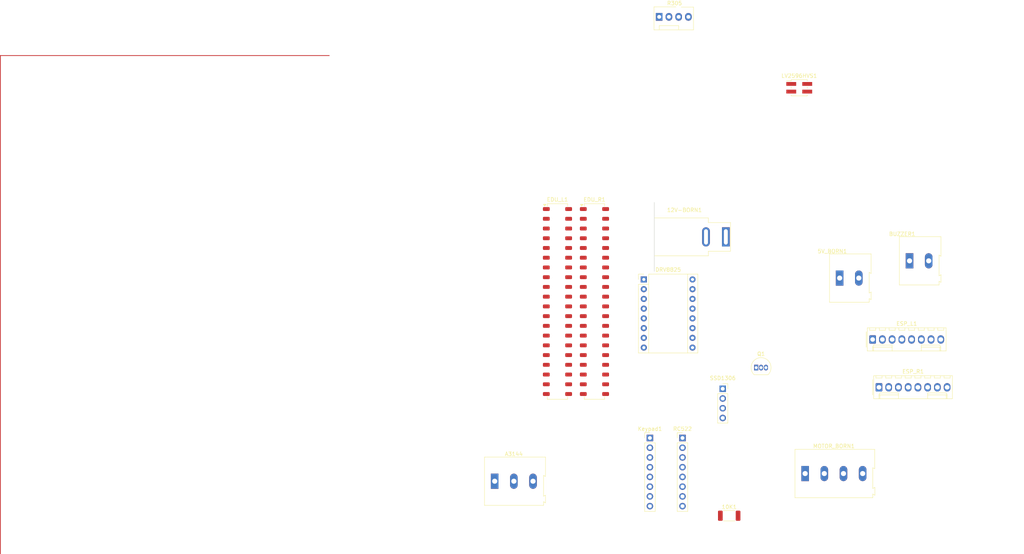
<source format=kicad_pcb>
(kicad_pcb (version 20241229) (generator "pcbnew") (generator_version "9.0")
  (layers (0 "F.Cu" signal) (2 "B.Cu" signal) (13 "F.Paste" user) (15 "B.Paste" user) (5 "F.SilkS" user "F.Silkscreen") (7 "B.SilkS" user "B.Silkscreen") (1 "F.Mask" user) (3 "B.Mask" user) (25 "Edge.Cuts" user))
  (net 0 "")
  (net 1 "Net-(5V_BORN1-Pin_2)")
  (net 2 "Net-(5V_BORN1-Pin_1)")
  (net 3 "+3.3V")
  (net 4 "/door_sensor")
  (net 5 "GND-12")
  (net 6 "+12V")
  (net 7 "+5V")
  (net 8 "GND")
  (net 9 "Net-(BUZZER1-Pin_2)")
  (net 11 "/drv882x_b1")
  (net 12 "+3.3Vp2")
  (net 16 "/drv882x_b2")
  (net 18 "/drv882x_step")
  (net 19 "/drv882x_a2")
  (net 20 "/drv882x_en")
  (net 21 "/drv882x_dir")
  (net 22 "GNDp2")
  (net 24 "/drv882x_a1")
  (net 25 "/rc522-rst")
  (net 34 "/rc522-sck")
  (net 36 "/rc522-miso")
  (net 39 "/buzzer_sgn")
  (net 40 "/rc522-ss")
  (net 47 "/r305_tx")
  (net 49 "/rc522-irq")
  (net 54 "/rc522-mosi")
  (net 55 "/r305_rx")
  (net 60 "/kp_f1")
  (net 62 "+5Vp2")
  (net 67 "/kp_c0")
  (net 68 "/ssd1306_scl")
  (net 71 "/ssd1306_sda")
  (net 72 "/kp_c2")
  (net 73 "/esp32_tx")
  (net 75 "/kp_f3")
  (net 85 "/kp_f2")
  (net 89 "/kp_c1")
  (net 93 "/kp_f0")
  (net 95 "/esp32_rx")
  (net 102 "/tfil0")
  (net 103 "/kp_c3")
  (footprint "TerminalBlock:TerminalBlock_Altech_AK300-2_P5.00mm" (layer "F.Cu") (at 265.695 90.65)
    (property "Reference" "BUZZER1" (at -1.92 -6.99 0) (layer "F.SilkS"))
    (property "Value" "bornes_buzzer")
    (fp_line (start -2.65 -6.3) (end -2.65 6.3) (stroke (width 0.12)) (layer "F.SilkS"))
    (fp_line (start -2.65 6.3) (end 7.7 6.3) (stroke (width 0.12)) (layer "F.SilkS"))
    (fp_line (start 7.7 -1.5) (end 8.2 -1.2) (stroke (width 0.12)) (layer "F.SilkS"))
    (fp_line (start 7.7 3.9) (end 7.7 -1.5) (stroke (width 0.12)) (layer "F.SilkS"))
    (fp_line (start 7.7 5.35) (end 8.2 5.6) (stroke (width 0.12)) (layer "F.SilkS"))
    (fp_line (start 7.7 6.3) (end 7.7 5.35) (stroke (width 0.12)) (layer "F.SilkS"))
    (fp_line (start 8.2 -6.3) (end -2.65 -6.3) (stroke (width 0.12)) (layer "F.SilkS"))
    (fp_line (start 8.2 -1.2) (end 8.2 -6.3) (stroke (width 0.12)) (layer "F.SilkS"))
    (fp_line (start 8.2 3.65) (end 7.7 3.9) (stroke (width 0.12)) (layer "F.SilkS"))
    (fp_line (start 8.2 3.7) (end 8.2 3.65) (stroke (width 0.12)) (layer "F.SilkS"))
    (fp_line (start 8.2 5.6) (end 8.2 3.7) (stroke (width 0.12)) (layer "F.SilkS"))
    (pad "1" thru_hole rect (at 0 0) (size 1.98 3.96) (drill 1.32) (layers "*.Cu" "*.Mask") (net 7 "+5V"))
    (pad "2" thru_hole oval (at 5 0) (size 1.98 3.96) (drill 1.32) (layers "*.Cu" "*.Mask") (net 9 "Net-(BUZZER1-Pin_2)"))
  )
  (footprint "Connector:FanPinHeader_1x04_P2.54mm_Vertical" (layer "F.Cu") (at 200.38 27)
    (property "Reference" "R305" (at 4 -3.55 0) (layer "F.SilkS"))
    (property "Value" "R305_sensor")
    (fp_line (start -1.35 -2.6) (end 4.4 -2.6) (stroke (width 0.12)) (layer "F.SilkS"))
    (fp_line (start -1.35 3.4) (end -1.35 -2.6) (stroke (width 0.12)) (layer "F.SilkS"))
    (fp_line (start 0 2.29) (end 5.08 2.29) (stroke (width 0.12)) (layer "F.SilkS"))
    (fp_line (start 0 3.3) (end 0 2.29) (stroke (width 0.12)) (layer "F.SilkS"))
    (fp_line (start 5.08 2.29) (end 5.08 3.3) (stroke (width 0.12)) (layer "F.SilkS"))
    (fp_line (start 5.75 -2.55) (end 8.95 -2.55) (stroke (width 0.12)) (layer "F.SilkS"))
    (fp_line (start 8.95 -2.55) (end 8.95 3.4) (stroke (width 0.12)) (layer "F.SilkS"))
    (fp_line (start 8.95 3.4) (end -1.35 3.4) (stroke (width 0.12)) (layer "F.SilkS"))
    (pad "" np_thru_hole circle (at 5.08 -2.16 90) (size 1.1 1.1) (drill 1.1) (layers "*.Cu" "*.Mask"))
    (pad "1" thru_hole rect (at 0 0 90) (size 2.03 1.73) (drill 1.02) (layers "*.Cu" "*.Mask") (net 7 "+5V"))
    (pad "2" thru_hole oval (at 2.54 0 90) (size 2.03 1.73) (drill 1.02) (layers "*.Cu" "*.Mask") (net 8 "GND"))
    (pad "3" thru_hole oval (at 5.08 0 90) (size 2.03 1.73) (drill 1.02) (layers "*.Cu" "*.Mask") (net 47 "/r305_tx"))
    (pad "4" thru_hole oval (at 7.62 0 90) (size 2.03 1.73) (drill 1.02) (layers "*.Cu" "*.Mask") (net 55 "/r305_rx"))
  )
  (footprint "Connector_BarrelJack:BarrelJack_SwitchcraftConxall_RAPC10U_Horizontal" (layer "F.Cu") (at 217.77 84.405)
    (property "Reference" "12V-BORN1" (at -10.8 -7 0) (layer "F.SilkS"))
    (property "Value" "Jack-DC")
    (fp_line (start -18.55 4.945) (end -4.55 4.945) (stroke (width 0.12)) (layer "F.SilkS"))
    (fp_line (start -4.55 -4.945) (end -18.55 -4.945) (stroke (width 0.12)) (layer "F.SilkS"))
    (fp_line (start -4.55 -3.74) (end -4.55 -4.945) (stroke (width 0.12)) (layer "F.SilkS"))
    (fp_line (start -4.55 3.74) (end 1.22 3.74) (stroke (width 0.12)) (layer "F.SilkS"))
    (fp_line (start -4.55 4.945) (end -4.55 3.74) (stroke (width 0.12)) (layer "F.SilkS"))
    (fp_line (start 1.22 -3.74) (end -4.55 -3.74) (stroke (width 0.12)) (layer "F.SilkS"))
    (fp_line (start 1.22 3.74) (end 1.22 -3.74) (stroke (width 0.12)) (layer "F.SilkS"))
    (fp_line (start -18.67 -9) (end -18.67 9) (stroke (width 0.12)) (layer "Edge.Cuts"))
    (pad "1" thru_hole rect (at 0 0) (size 2.02 5.02) (drill oval 1.02 4.02) (layers "*.Cu" "*.Mask") (net 6 "+12V"))
    (pad "2" thru_hole oval (at -5.18 0) (size 2.02 5.02) (drill oval 1.02 4.02) (layers "*.Cu" "*.Mask") (net 5 "GND-12"))
  )
  (footprint "TerminalBlock:TerminalBlock_Altech_AK300-4_P5.00mm" (layer "F.Cu") (at 238.46 146.15)
    (property "Reference" "MOTOR_BORN1" (at 7.5 -7.15 0) (layer "F.SilkS"))
    (property "Value" "bornes_motor")
    (fp_line (start -2.65 -6.3) (end 18.15 -6.3) (stroke (width 0.12)) (layer "F.SilkS"))
    (fp_line (start -2.65 6.3) (end -2.65 -6.3) (stroke (width 0.12)) (layer "F.SilkS"))
    (fp_line (start 17.65 -1.5) (end 17.65 3.9) (stroke (width 0.12)) (layer "F.SilkS"))
    (fp_line (start 17.65 3.9) (end 18.2 3.6) (stroke (width 0.12)) (layer "F.SilkS"))
    (fp_line (start 17.65 5.35) (end 17.65 6.3) (stroke (width 0.12)) (layer "F.SilkS"))
    (fp_line (start 17.65 6.3) (end -2.65 6.3) (stroke (width 0.12)) (layer "F.SilkS"))
    (fp_line (start 18.15 -6.3) (end 18.15 -1.25) (stroke (width 0.12)) (layer "F.SilkS"))
    (fp_line (start 18.15 -1.25) (end 17.65 -1.5) (stroke (width 0.12)) (layer "F.SilkS"))
    (fp_line (start 18.2 3.6) (end 18.2 5.65) (stroke (width 0.12)) (layer "F.SilkS"))
    (fp_line (start 18.2 5.65) (end 17.65 5.35) (stroke (width 0.12)) (layer "F.SilkS"))
    (pad "1" thru_hole rect (at 0 0) (size 1.98 3.96) (drill 1.32) (layers "*.Cu" "*.Mask") (net 16 "/drv882x_b2"))
    (pad "2" thru_hole oval (at 5 0) (size 1.98 3.96) (drill 1.32) (layers "*.Cu" "*.Mask") (net 11 "/drv882x_b1"))
    (pad "3" thru_hole oval (at 10 0) (size 1.98 3.96) (drill 1.32) (layers "*.Cu" "*.Mask") (net 24 "/drv882x_a1"))
    (pad "4" thru_hole oval (at 15 0) (size 1.98 3.96) (drill 1.32) (layers "*.Cu" "*.Mask") (net 19 "/drv882x_a2"))
  )
  (footprint "Connector_PinHeader_2.00mm:PinHeader_2x02_P2.00mm_Vertical_SMD" (layer "F.Cu") (at 236.915 45.5)
    (property "Reference" "LV2596HVS1" (at 0 -3.11 0) (layer "F.SilkS"))
    (property "Value" "lm2596hvs DC-DC")
    (fp_line (start -3.315 -1.81) (end -2.11 -1.81) (stroke (width 0.12)) (layer "F.SilkS"))
    (fp_line (start -2.11 -2.11) (end -2.11 -1.81) (stroke (width 0.12)) (layer "F.SilkS"))
    (fp_line (start -2.11 -2.11) (end 2.11 -2.11) (stroke (width 0.12)) (layer "F.SilkS"))
    (fp_line (start -2.11 -0.19) (end -2.11 0.19) (stroke (width 0.12)) (layer "F.SilkS"))
    (fp_line (start -2.11 1.81) (end -2.11 2.11) (stroke (width 0.12)) (layer "F.SilkS"))
    (fp_line (start -2.11 2.11) (end 2.11 2.11) (stroke (width 0.12)) (layer "F.SilkS"))
    (fp_line (start 2.11 -2.11) (end 2.11 -1.81) (stroke (width 0.12)) (layer "F.SilkS"))
    (fp_line (start 2.11 -0.19) (end 2.11 0.19) (stroke (width 0.12)) (layer "F.SilkS"))
    (fp_line (start 2.11 1.81) (end 2.11 2.11) (stroke (width 0.12)) (layer "F.SilkS"))
    (pad "1" smd rect (at -2.085 -1) (size 2.58 1) (layers "F.Cu" "F.Mask" "F.Paste"))
    (pad "2" smd rect (at 2.085 -1) (size 2.58 1) (layers "F.Cu" "F.Mask" "F.Paste"))
    (pad "3" smd rect (at -2.085 1) (size 2.58 1) (layers "F.Cu" "F.Mask" "F.Paste"))
    (pad "4" smd rect (at 2.085 1) (size 2.58 1) (layers "F.Cu" "F.Mask" "F.Paste"))
  )
  (footprint "Connector_PinHeader_2.54mm:PinHeader_1x08_P2.54mm_Vertical" (layer "F.Cu") (at 197.96 136.87)
    (property "Reference" "Keypad1" (at 0 -2.38 0) (layer "F.SilkS"))
    (property "Value" "num_keypad")
    (fp_line (start -1.38 -1.38) (end 0 -1.38) (stroke (width 0.12)) (layer "F.SilkS"))
    (fp_line (start -1.38 0) (end -1.38 -1.38) (stroke (width 0.12)) (layer "F.SilkS"))
    (fp_line (start -1.38 1.27) (end -1.38 19.16) (stroke (width 0.12)) (layer "F.SilkS"))
    (fp_line (start -1.38 1.27) (end 1.38 1.27) (stroke (width 0.12)) (layer "F.SilkS"))
    (fp_line (start -1.38 19.16) (end 1.38 19.16) (stroke (width 0.12)) (layer "F.SilkS"))
    (fp_line (start 1.38 1.27) (end 1.38 19.16) (stroke (width 0.12)) (layer "F.SilkS"))
    (pad "1" thru_hole rect (at 0 0) (size 1.7 1.7) (drill 1) (layers "*.Cu" "*.Mask") (net 102 "/tfil0"))
    (pad "2" thru_hole circle (at 0 2.54) (size 1.7 1.7) (drill 1) (layers "*.Cu" "*.Mask") (net 60 "/kp_f1"))
    (pad "3" thru_hole circle (at 0 5.08) (size 1.7 1.7) (drill 1) (layers "*.Cu" "*.Mask") (net 85 "/kp_f2"))
    (pad "4" thru_hole circle (at 0 7.62) (size 1.7 1.7) (drill 1) (layers "*.Cu" "*.Mask") (net 75 "/kp_f3"))
    (pad "5" thru_hole circle (at 0 10.16) (size 1.7 1.7) (drill 1) (layers "*.Cu" "*.Mask") (net 67 "/kp_c0"))
    (pad "6" thru_hole circle (at 0 12.7) (size 1.7 1.7) (drill 1) (layers "*.Cu" "*.Mask") (net 89 "/kp_c1"))
    (pad "7" thru_hole circle (at 0 15.24) (size 1.7 1.7) (drill 1) (layers "*.Cu" "*.Mask") (net 72 "/kp_c2"))
    (pad "8" thru_hole circle (at 0 17.78) (size 1.7 1.7) (drill 1) (layers "*.Cu" "*.Mask") (net 103 "/kp_c3"))
  )
  (footprint "Package_TO_SOT_THT:TO-92_Inline" (layer "F.Cu") (at 225.69 118.51)
    (property "Reference" "Q1" (at 1.27 -3.56 0) (layer "F.SilkS"))
    (property "Value" "PN2222A")
    (fp_line (start -0.53 1.85) (end 3.07 1.85) (stroke (width 0.12)) (layer "F.SilkS"))
    (fp_arc (start -0.568478 1.838478) (mid -1.132087 -0.994977) (end 1.27 -2.6) (stroke (width 0.12)) (layer "F.SilkS"))
    (fp_arc (start 1.27 -2.6) (mid 3.672087 -0.994977) (end 3.108478 1.838478) (stroke (width 0.12)) (layer "F.SilkS"))
    (pad "1" thru_hole rect (at 0 0) (size 1.05 1.5) (drill 0.75) (layers "*.Cu" "*.Mask") (net 8 "GND"))
    (pad "2" thru_hole oval (at 1.27 0) (size 1.05 1.5) (drill 0.75) (layers "*.Cu" "*.Mask") (net 39 "/buzzer_sgn"))
    (pad "3" thru_hole oval (at 2.54 0) (size 1.05 1.5) (drill 0.75) (layers "*.Cu" "*.Mask") (net 9 "Net-(BUZZER1-Pin_2)"))
  )
  (footprint "Connector_Harwin:Harwin_M20-7812045_2x20_P2.54mm_Vertical" (layer "F.Cu") (at 173.84 101.27)
    (property "Reference" "EDU_L1" (at 0 -26.6 0) (layer "F.SilkS"))
    (property "Value" "EDU_CIAA_LEFT_SOCKET")
    (fp_line (start -2.65 -25.51) (end 2.65 -25.51) (stroke (width 0.12)) (layer "F.SilkS"))
    (fp_line (start -2.65 -24.81) (end -2.65 -25.51) (stroke (width 0.12)) (layer "F.SilkS"))
    (fp_line (start -2.65 24.81) (end -2.65 25.51) (stroke (width 0.12)) (layer "F.SilkS"))
    (fp_line (start -2.65 25.51) (end 2.65 25.51) (stroke (width 0.12)) (layer "F.SilkS"))
    (fp_line (start 2.65 -25.51) (end 2.65 -24.81) (stroke (width 0.12)) (layer "F.SilkS"))
    (fp_line (start 2.65 25.51) (end 2.65 24.81) (stroke (width 0.12)) (layer "F.SilkS"))
    (fp_poly (pts (xy -3.33 -24.9) (xy -3.67 -25.37) (xy -2.99 -25.37)) (stroke (width 0.12)) (fill yes) (layer "F.SilkS"))
    (pad "" np_thru_hole circle (at -1.27 -24.13) (size 1.02 1.02) (drill 1.02) (layers "*.Cu" "*.Mask"))
    (pad "" np_thru_hole circle (at -1.27 -21.59) (size 1.02 1.02) (drill 1.02) (layers "*.Cu" "*.Mask"))
    (pad "" np_thru_hole circle (at -1.27 -19.05) (size 1.02 1.02) (drill 1.02) (layers "*.Cu" "*.Mask"))
    (pad "" np_thru_hole circle (at -1.27 -16.51) (size 1.02 1.02) (drill 1.02) (layers "*.Cu" "*.Mask"))
    (pad "" np_thru_hole circle (at -1.27 -13.97) (size 1.02 1.02) (drill 1.02) (layers "*.Cu" "*.Mask"))
    (pad "" np_thru_hole circle (at -1.27 -11.43) (size 1.02 1.02) (drill 1.02) (layers "*.Cu" "*.Mask"))
    (pad "" np_thru_hole circle (at -1.27 -8.89) (size 1.02 1.02) (drill 1.02) (layers "*.Cu" "*.Mask"))
    (pad "" np_thru_hole circle (at -1.27 -6.35) (size 1.02 1.02) (drill 1.02) (layers "*.Cu" "*.Mask"))
    (pad "" np_thru_hole circle (at -1.27 -3.81) (size 1.02 1.02) (drill 1.02) (layers "*.Cu" "*.Mask"))
    (pad "" np_thru_hole circle (at -1.27 -1.27) (size 1.02 1.02) (drill 1.02) (layers "*.Cu" "*.Mask"))
    (pad "" np_thru_hole circle (at -1.27 1.27) (size 1.02 1.02) (drill 1.02) (layers "*.Cu" "*.Mask"))
    (pad "" np_thru_hole circle (at -1.27 3.81) (size 1.02 1.02) (drill 1.02) (layers "*.Cu" "*.Mask"))
    (pad "" np_thru_hole circle (at -1.27 6.35) (size 1.02 1.02) (drill 1.02) (layers "*.Cu" "*.Mask"))
    (pad "" np_thru_hole circle (at -1.27 8.89) (size 1.02 1.02) (drill 1.02) (layers "*.Cu" "*.Mask"))
    (pad "" np_thru_hole circle (at -1.27 11.43) (size 1.02 1.02) (drill 1.02) (layers "*.Cu" "*.Mask"))
    (pad "" np_thru_hole circle (at -1.27 13.97) (size 1.02 1.02) (drill 1.02) (layers "*.Cu" "*.Mask"))
    (pad "" np_thru_hole circle (at -1.27 16.51) (size 1.02 1.02) (drill 1.02) (layers "*.Cu" "*.Mask"))
    (pad "" np_thru_hole circle (at -1.27 19.05) (size 1.02 1.02) (drill 1.02) (layers "*.Cu" "*.Mask"))
    (pad "" np_thru_hole circle (at -1.27 21.59) (size 1.02 1.02) (drill 1.02) (layers "*.Cu" "*.Mask"))
    (pad "" np_thru_hole circle (at -1.27 24.13) (size 1.02 1.02) (drill 1.02) (layers "*.Cu" "*.Mask"))
    (pad "" np_thru_hole circle (at 0 -22.86) (size 1.8 1.8) (drill 1.8) (layers "*.Cu" "*.Mask"))
    (pad "" np_thru_hole circle (at 0 22.86) (size 1.8 1.8) (drill 1.8) (layers "*.Cu" "*.Mask"))
    (pad "" np_thru_hole circle (at 1.27 -24.13) (size 1.02 1.02) (drill 1.02) (layers "*.Cu" "*.Mask"))
    (pad "" np_thru_hole circle (at 1.27 -21.59) (size 1.02 1.02) (drill 1.02) (layers "*.Cu" "*.Mask"))
    (pad "" np_thru_hole circle (at 1.27 -19.05) (size 1.02 1.02) (drill 1.02) (layers "*.Cu" "*.Mask"))
    (pad "" np_thru_hole circle (at 1.27 -16.51) (size 1.02 1.02) (drill 1.02) (layers "*.Cu" "*.Mask"))
    (pad "" np_thru_hole circle (at 1.27 -13.97) (size 1.02 1.02) (drill 1.02) (layers "*.Cu" "*.Mask"))
    (pad "" np_thru_hole circle (at 1.27 -11.43) (size 1.02 1.02) (drill 1.02) (layers "*.Cu" "*.Mask"))
    (pad "" np_thru_hole circle (at 1.27 -8.89) (size 1.02 1.02) (drill 1.02) (layers "*.Cu" "*.Mask"))
    (pad "" np_thru_hole circle (at 1.27 -6.35) (size 1.02 1.02) (drill 1.02) (layers "*.Cu" "*.Mask"))
    (pad "" np_thru_hole circle (at 1.27 -3.81) (size 1.02 1.02) (drill 1.02) (layers "*.Cu" "*.Mask"))
    (pad "" np_thru_hole circle (at 1.27 -1.27) (size 1.02 1.02) (drill 1.02) (layers "*.Cu" "*.Mask"))
    (pad "" np_thru_hole circle (at 1.27 1.27) (size 1.02 1.02) (drill 1.02) (layers "*.Cu" "*.Mask"))
    (pad "" np_thru_hole circle (at 1.27 3.81) (size 1.02 1.02) (drill 1.02) (layers "*.Cu" "*.Mask"))
    (pad "" np_thru_hole circle (at 1.27 6.35) (size 1.02 1.02) (drill 1.02) (layers "*.Cu" "*.Mask"))
    (pad "" np_thru_hole circle (at 1.27 8.89) (size 1.02 1.02) (drill 1.02) (layers "*.Cu" "*.Mask"))
    (pad "" np_thru_hole circle (at 1.27 11.43) (size 1.02 1.02) (drill 1.02) (layers "*.Cu" "*.Mask"))
    (pad "" np_thru_hole circle (at 1.27 13.97) (size 1.02 1.02) (drill 1.02) (layers "*.Cu" "*.Mask"))
    (pad "" np_thru_hole circle (at 1.27 16.51) (size 1.02 1.02) (drill 1.02) (layers "*.Cu" "*.Mask"))
    (pad "" np_thru_hole circle (at 1.27 19.05) (size 1.02 1.02) (drill 1.02) (layers "*.Cu" "*.Mask"))
    (pad "" np_thru_hole circle (at 1.27 21.59) (size 1.02 1.02) (drill 1.02) (layers "*.Cu" "*.Mask"))
    (pad "" np_thru_hole circle (at 1.27 24.13) (size 1.02 1.02) (drill 1.02) (layers "*.Cu" "*.Mask"))
    (pad "1" smd roundrect (at -2.91 -24.13) (size 1.78 1.02) (layers "F.Cu" "F.Mask" "F.Paste") (roundrect_rratio 0.245098) (net 3 "+3.3V"))
    (pad "2" smd roundrect (at -2.91 -21.59) (size 1.78 1.02) (layers "F.Cu" "F.Mask" "F.Paste") (roundrect_rratio 0.245098) (net 7 "+5V"))
    (pad "3" smd roundrect (at -2.91 -19.05) (size 1.78 1.02) (layers "F.Cu" "F.Mask" "F.Paste") (roundrect_rratio 0.245098) (net 8 "GND"))
    (pad "4" smd roundrect (at -2.91 -16.51) (size 1.78 1.02) (layers "F.Cu" "F.Mask" "F.Paste") (roundrect_rratio 0.245098))
    (pad "5" smd roundrect (at -2.91 -13.97) (size 1.78 1.02) (layers "F.Cu" "F.Mask" "F.Paste") (roundrect_rratio 0.245098))
    (pad "6" smd roundrect (at -2.91 -11.43) (size 1.78 1.02) (layers "F.Cu" "F.Mask" "F.Paste") (roundrect_rratio 0.245098))
    (pad "7" smd roundrect (at -2.91 -8.89) (size 1.78 1.02) (layers "F.Cu" "F.Mask" "F.Paste") (roundrect_rratio 0.245098))
    (pad "8" smd roundrect (at -2.91 -6.35) (size 1.78 1.02) (layers "F.Cu" "F.Mask" "F.Paste") (roundrect_rratio 0.245098))
    (pad "9" smd roundrect (at -2.91 -3.81) (size 1.78 1.02) (layers "F.Cu" "F.Mask" "F.Paste") (roundrect_rratio 0.245098))
    (pad "10" smd roundrect (at -2.91 -1.27) (size 1.78 1.02) (layers "F.Cu" "F.Mask" "F.Paste") (roundrect_rratio 0.245098))
    (pad "11" smd roundrect (at -2.91 1.27) (size 1.78 1.02) (layers "F.Cu" "F.Mask" "F.Paste") (roundrect_rratio 0.245098))
    (pad "12" smd roundrect (at -2.91 3.81) (size 1.78 1.02) (layers "F.Cu" "F.Mask" "F.Paste") (roundrect_rratio 0.245098))
    (pad "13" smd roundrect (at -2.91 6.35) (size 1.78 1.02) (layers "F.Cu" "F.Mask" "F.Paste") (roundrect_rratio 0.245098))
    (pad "14" smd roundrect (at -2.91 8.89) (size 1.78 1.02) (layers "F.Cu" "F.Mask" "F.Paste") (roundrect_rratio 0.245098))
    (pad "15" smd roundrect (at -2.91 11.43) (size 1.78 1.02) (layers "F.Cu" "F.Mask" "F.Paste") (roundrect_rratio 0.245098))
    (pad "16" smd roundrect (at -2.91 13.97) (size 1.78 1.02) (layers "F.Cu" "F.Mask" "F.Paste") (roundrect_rratio 0.245098))
    (pad "17" smd roundrect (at -2.91 16.51) (size 1.78 1.02) (layers "F.Cu" "F.Mask" "F.Paste") (roundrect_rratio 0.245098))
    (pad "18" smd roundrect (at -2.91 19.05) (size 1.78 1.02) (layers "F.Cu" "F.Mask" "F.Paste") (roundrect_rratio 0.245098) (net 36 "/rc522-miso"))
    (pad "19" smd roundrect (at -2.91 21.59) (size 1.78 1.02) (layers "F.Cu" "F.Mask" "F.Paste") (roundrect_rratio 0.245098))
    (pad "20" smd roundrect (at -2.91 24.13) (size 1.78 1.02) (layers "F.Cu" "F.Mask" "F.Paste") (roundrect_rratio 0.245098) (net 34 "/rc522-sck"))
    (pad "21" smd roundrect (at 2.91 -24.13) (size 1.78 1.02) (layers "F.Cu" "F.Mask" "F.Paste") (roundrect_rratio 0.245098) (net 54 "/rc522-mosi"))
    (pad "22" smd roundrect (at 2.91 -21.59) (size 1.78 1.02) (layers "F.Cu" "F.Mask" "F.Paste") (roundrect_rratio 0.245098))
    (pad "23" smd roundrect (at 2.91 -19.05) (size 1.78 1.02) (layers "F.Cu" "F.Mask" "F.Paste") (roundrect_rratio 0.245098))
    (pad "24" smd roundrect (at 2.91 -16.51) (size 1.78 1.02) (layers "F.Cu" "F.Mask" "F.Paste") (roundrect_rratio 0.245098))
    (pad "25" smd roundrect (at 2.91 -13.97) (size 1.78 1.02) (layers "F.Cu" "F.Mask" "F.Paste") (roundrect_rratio 0.245098))
    (pad "26" smd roundrect (at 2.91 -11.43) (size 1.78 1.02) (layers "F.Cu" "F.Mask" "F.Paste") (roundrect_rratio 0.245098))
    (pad "27" smd roundrect (at 2.91 -8.89) (size 1.78 1.02) (layers "F.Cu" "F.Mask" "F.Paste") (roundrect_rratio 0.245098))
    (pad "28" smd roundrect (at 2.91 -6.35) (size 1.78 1.02) (layers "F.Cu" "F.Mask" "F.Paste") (roundrect_rratio 0.245098) (net 49 "/rc522-irq"))
    (pad "29" smd roundrect (at 2.91 -3.81) (size 1.78 1.02) (layers "F.Cu" "F.Mask" "F.Paste") (roundrect_rratio 0.245098) (net 20 "/drv882x_en"))
    (pad "30" smd roundrect (at 2.91 -1.27) (size 1.78 1.02) (layers "F.Cu" "F.Mask" "F.Paste") (roundrect_rratio 0.245098))
    (pad "31" smd roundrect (at 2.91 1.27) (size 1.78 1.02) (layers "F.Cu" "F.Mask" "F.Paste") (roundrect_rratio 0.245098) (net 47 "/r305_tx"))
    (pad "32" smd roundrect (at 2.91 3.81) (size 1.78 1.02) (layers "F.Cu" "F.Mask" "F.Paste") (roundrect_rratio 0.245098) (net 55 "/r305_rx"))
    (pad "33" smd roundrect (at 2.91 6.35) (size 1.78 1.02) (layers "F.Cu" "F.Mask" "F.Paste") (roundrect_rratio 0.245098) (net 18 "/drv882x_step"))
    (pad "34" smd roundrect (at 2.91 8.89) (size 1.78 1.02) (layers "F.Cu" "F.Mask" "F.Paste") (roundrect_rratio 0.245098) (net 39 "/buzzer_sgn"))
    (pad "35" smd roundrect (at 2.91 11.43) (size 1.78 1.02) (layers "F.Cu" "F.Mask" "F.Paste") (roundrect_rratio 0.245098) (net 40 "/rc522-ss"))
    (pad "36" smd roundrect (at 2.91 13.97) (size 1.78 1.02) (layers "F.Cu" "F.Mask" "F.Paste") (roundrect_rratio 0.245098) (net 4 "/door_sensor"))
    (pad "37" smd roundrect (at 2.91 16.51) (size 1.78 1.02) (layers "F.Cu" "F.Mask" "F.Paste") (roundrect_rratio 0.245098))
    (pad "38" smd roundrect (at 2.91 19.05) (size 1.78 1.02) (layers "F.Cu" "F.Mask" "F.Paste") (roundrect_rratio 0.245098) (net 25 "/rc522-rst"))
    (pad "39" smd roundrect (at 2.91 21.59) (size 1.78 1.02) (layers "F.Cu" "F.Mask" "F.Paste") (roundrect_rratio 0.245098))
    (pad "40" smd roundrect (at 2.91 24.13) (size 1.78 1.02) (layers "F.Cu" "F.Mask" "F.Paste") (roundrect_rratio 0.245098) (net 21 "/drv882x_dir"))
  )
  (footprint "Connector_Harwin:Harwin_M20-7812045_2x20_P2.54mm_Vertical" (layer "F.Cu") (at 183.49 101.27)
    (property "Reference" "EDU_R1" (at 0 -26.6 0) (layer "F.SilkS"))
    (property "Value" "EDU_CIAA_RIGHT_SOCKET")
    (fp_line (start -2.65 -25.51) (end 2.65 -25.51) (stroke (width 0.12)) (layer "F.SilkS"))
    (fp_line (start -2.65 -24.81) (end -2.65 -25.51) (stroke (width 0.12)) (layer "F.SilkS"))
    (fp_line (start -2.65 24.81) (end -2.65 25.51) (stroke (width 0.12)) (layer "F.SilkS"))
    (fp_line (start -2.65 25.51) (end 2.65 25.51) (stroke (width 0.12)) (layer "F.SilkS"))
    (fp_line (start 2.65 -25.51) (end 2.65 -24.81) (stroke (width 0.12)) (layer "F.SilkS"))
    (fp_line (start 2.65 25.51) (end 2.65 24.81) (stroke (width 0.12)) (layer "F.SilkS"))
    (fp_poly (pts (xy -3.33 -24.9) (xy -3.67 -25.37) (xy -2.99 -25.37)) (stroke (width 0.12)) (fill yes) (layer "F.SilkS"))
    (pad "" np_thru_hole circle (at -1.27 -24.13) (size 1.02 1.02) (drill 1.02) (layers "*.Cu" "*.Mask"))
    (pad "" np_thru_hole circle (at -1.27 -21.59) (size 1.02 1.02) (drill 1.02) (layers "*.Cu" "*.Mask"))
    (pad "" np_thru_hole circle (at -1.27 -19.05) (size 1.02 1.02) (drill 1.02) (layers "*.Cu" "*.Mask"))
    (pad "" np_thru_hole circle (at -1.27 -16.51) (size 1.02 1.02) (drill 1.02) (layers "*.Cu" "*.Mask"))
    (pad "" np_thru_hole circle (at -1.27 -13.97) (size 1.02 1.02) (drill 1.02) (layers "*.Cu" "*.Mask"))
    (pad "" np_thru_hole circle (at -1.27 -11.43) (size 1.02 1.02) (drill 1.02) (layers "*.Cu" "*.Mask"))
    (pad "" np_thru_hole circle (at -1.27 -8.89) (size 1.02 1.02) (drill 1.02) (layers "*.Cu" "*.Mask"))
    (pad "" np_thru_hole circle (at -1.27 -6.35) (size 1.02 1.02) (drill 1.02) (layers "*.Cu" "*.Mask"))
    (pad "" np_thru_hole circle (at -1.27 -3.81) (size 1.02 1.02) (drill 1.02) (layers "*.Cu" "*.Mask"))
    (pad "" np_thru_hole circle (at -1.27 -1.27) (size 1.02 1.02) (drill 1.02) (layers "*.Cu" "*.Mask"))
    (pad "" np_thru_hole circle (at -1.27 1.27) (size 1.02 1.02) (drill 1.02) (layers "*.Cu" "*.Mask"))
    (pad "" np_thru_hole circle (at -1.27 3.81) (size 1.02 1.02) (drill 1.02) (layers "*.Cu" "*.Mask"))
    (pad "" np_thru_hole circle (at -1.27 6.35) (size 1.02 1.02) (drill 1.02) (layers "*.Cu" "*.Mask"))
    (pad "" np_thru_hole circle (at -1.27 8.89) (size 1.02 1.02) (drill 1.02) (layers "*.Cu" "*.Mask"))
    (pad "" np_thru_hole circle (at -1.27 11.43) (size 1.02 1.02) (drill 1.02) (layers "*.Cu" "*.Mask"))
    (pad "" np_thru_hole circle (at -1.27 13.97) (size 1.02 1.02) (drill 1.02) (layers "*.Cu" "*.Mask"))
    (pad "" np_thru_hole circle (at -1.27 16.51) (size 1.02 1.02) (drill 1.02) (layers "*.Cu" "*.Mask"))
    (pad "" np_thru_hole circle (at -1.27 19.05) (size 1.02 1.02) (drill 1.02) (layers "*.Cu" "*.Mask"))
    (pad "" np_thru_hole circle (at -1.27 21.59) (size 1.02 1.02) (drill 1.02) (layers "*.Cu" "*.Mask"))
    (pad "" np_thru_hole circle (at -1.27 24.13) (size 1.02 1.02) (drill 1.02) (layers "*.Cu" "*.Mask"))
    (pad "" np_thru_hole circle (at 0 -22.86) (size 1.8 1.8) (drill 1.8) (layers "*.Cu" "*.Mask"))
    (pad "" np_thru_hole circle (at 0 22.86) (size 1.8 1.8) (drill 1.8) (layers "*.Cu" "*.Mask"))
    (pad "" np_thru_hole circle (at 1.27 -24.13) (size 1.02 1.02) (drill 1.02) (layers "*.Cu" "*.Mask"))
    (pad "" np_thru_hole circle (at 1.27 -21.59) (size 1.02 1.02) (drill 1.02) (layers "*.Cu" "*.Mask"))
    (pad "" np_thru_hole circle (at 1.27 -19.05) (size 1.02 1.02) (drill 1.02) (layers "*.Cu" "*.Mask"))
    (pad "" np_thru_hole circle (at 1.27 -16.51) (size 1.02 1.02) (drill 1.02) (layers "*.Cu" "*.Mask"))
    (pad "" np_thru_hole circle (at 1.27 -13.97) (size 1.02 1.02) (drill 1.02) (layers "*.Cu" "*.Mask"))
    (pad "" np_thru_hole circle (at 1.27 -11.43) (size 1.02 1.02) (drill 1.02) (layers "*.Cu" "*.Mask"))
    (pad "" np_thru_hole circle (at 1.27 -8.89) (size 1.02 1.02) (drill 1.02) (layers "*.Cu" "*.Mask"))
    (pad "" np_thru_hole circle (at 1.27 -6.35) (size 1.02 1.02) (drill 1.02) (layers "*.Cu" "*.Mask"))
    (pad "" np_thru_hole circle (at 1.27 -3.81) (size 1.02 1.02) (drill 1.02) (layers "*.Cu" "*.Mask"))
    (pad "" np_thru_hole circle (at 1.27 -1.27) (size 1.02 1.02) (drill 1.02) (layers "*.Cu" "*.Mask"))
    (pad "" np_thru_hole circle (at 1.27 1.27) (size 1.02 1.02) (drill 1.02) (layers "*.Cu" "*.Mask"))
    (pad "" np_thru_hole circle (at 1.27 3.81) (size 1.02 1.02) (drill 1.02) (layers "*.Cu" "*.Mask"))
    (pad "" np_thru_hole circle (at 1.27 6.35) (size 1.02 1.02) (drill 1.02) (layers "*.Cu" "*.Mask"))
    (pad "" np_thru_hole circle (at 1.27 8.89) (size 1.02 1.02) (drill 1.02) (layers "*.Cu" "*.Mask"))
    (pad "" np_thru_hole circle (at 1.27 11.43) (size 1.02 1.02) (drill 1.02) (layers "*.Cu" "*.Mask"))
    (pad "" np_thru_hole circle (at 1.27 13.97) (size 1.02 1.02) (drill 1.02) (layers "*.Cu" "*.Mask"))
    (pad "" np_thru_hole circle (at 1.27 16.51) (size 1.02 1.02) (drill 1.02) (layers "*.Cu" "*.Mask"))
    (pad "" np_thru_hole circle (at 1.27 19.05) (size 1.02 1.02) (drill 1.02) (layers "*.Cu" "*.Mask"))
    (pad "" np_thru_hole circle (at 1.27 21.59) (size 1.02 1.02) (drill 1.02) (layers "*.Cu" "*.Mask"))
    (pad "" np_thru_hole circle (at 1.27 24.13) (size 1.02 1.02) (drill 1.02) (layers "*.Cu" "*.Mask"))
    (pad "1" smd roundrect (at -2.91 -24.13) (size 1.78 1.02) (layers "F.Cu" "F.Mask" "F.Paste") (roundrect_rratio 0.245098) (net 12 "+3.3Vp2"))
    (pad "2" smd roundrect (at -2.91 -21.59) (size 1.78 1.02) (layers "F.Cu" "F.Mask" "F.Paste") (roundrect_rratio 0.245098) (net 62 "+5Vp2"))
    (pad "3" smd roundrect (at -2.91 -19.05) (size 1.78 1.02) (layers "F.Cu" "F.Mask" "F.Paste") (roundrect_rratio 0.245098) (net 22 "GNDp2"))
    (pad "4" smd roundrect (at -2.91 -16.51) (size 1.78 1.02) (layers "F.Cu" "F.Mask" "F.Paste") (roundrect_rratio 0.245098))
    (pad "5" smd roundrect (at -2.91 -13.97) (size 1.78 1.02) (layers "F.Cu" "F.Mask" "F.Paste") (roundrect_rratio 0.245098))
    (pad "6" smd roundrect (at -2.91 -11.43) (size 1.78 1.02) (layers "F.Cu" "F.Mask" "F.Paste") (roundrect_rratio 0.245098))
    (pad "7" smd roundrect (at -2.91 -8.89) (size 1.78 1.02) (layers "F.Cu" "F.Mask" "F.Paste") (roundrect_rratio 0.245098))
    (pad "8" smd roundrect (at -2.91 -6.35) (size 1.78 1.02) (layers "F.Cu" "F.Mask" "F.Paste") (roundrect_rratio 0.245098))
    (pad "9" smd roundrect (at -2.91 -3.81) (size 1.78 1.02) (layers "F.Cu" "F.Mask" "F.Paste") (roundrect_rratio 0.245098))
    (pad "10" smd roundrect (at -2.91 -1.27) (size 1.78 1.02) (layers "F.Cu" "F.Mask" "F.Paste") (roundrect_rratio 0.245098))
    (pad "11" smd roundrect (at -2.91 1.27) (size 1.78 1.02) (layers "F.Cu" "F.Mask" "F.Paste") (roundrect_rratio 0.245098))
    (pad "12" smd roundrect (at -2.91 3.81) (size 1.78 1.02) (layers "F.Cu" "F.Mask" "F.Paste") (roundrect_rratio 0.245098))
    (pad "13" smd roundrect (at -2.91 6.35) (size 1.78 1.02) (layers "F.Cu" "F.Mask" "F.Paste") (roundrect_rratio 0.245098))
    (pad "14" smd roundrect (at -2.91 8.89) (size 1.78 1.02) (layers "F.Cu" "F.Mask" "F.Paste") (roundrect_rratio 0.245098))
    (pad "15" smd roundrect (at -2.91 11.43) (size 1.78 1.02) (layers "F.Cu" "F.Mask" "F.Paste") (roundrect_rratio 0.245098))
    (pad "16" smd roundrect (at -2.91 13.97) (size 1.78 1.02) (layers "F.Cu" "F.Mask" "F.Paste") (roundrect_rratio 0.245098))
    (pad "17" smd roundrect (at -2.91 16.51) (size 1.78 1.02) (layers "F.Cu" "F.Mask" "F.Paste") (roundrect_rratio 0.245098))
    (pad "18" smd roundrect (at -2.91 19.05) (size 1.78 1.02) (layers "F.Cu" "F.Mask" "F.Paste") (roundrect_rratio 0.245098))
    (pad "19" smd roundrect (at -2.91 21.59) (size 1.78 1.02) (layers "F.Cu" "F.Mask" "F.Paste") (roundrect_rratio 0.245098) (net 71 "/ssd1306_sda"))
    (pad "20" smd roundrect (at -2.91 24.13) (size 1.78 1.02) (layers "F.Cu" "F.Mask" "F.Paste") (roundrect_rratio 0.245098))
    (pad "21" smd roundrect (at 2.91 -24.13) (size 1.78 1.02) (layers "F.Cu" "F.Mask" "F.Paste") (roundrect_rratio 0.245098) (net 68 "/ssd1306_scl"))
    (pad "22" smd roundrect (at 2.91 -21.59) (size 1.78 1.02) (layers "F.Cu" "F.Mask" "F.Paste") (roundrect_rratio 0.245098))
    (pad "23" smd roundrect (at 2.91 -19.05) (size 1.78 1.02) (layers "F.Cu" "F.Mask" "F.Paste") (roundrect_rratio 0.245098) (net 73 "/esp32_tx"))
    (pad "24" smd roundrect (at 2.91 -16.51) (size 1.78 1.02) (layers "F.Cu" "F.Mask" "F.Paste") (roundrect_rratio 0.245098))
    (pad "25" smd roundrect (at 2.91 -13.97) (size 1.78 1.02) (layers "F.Cu" "F.Mask" "F.Paste") (roundrect_rratio 0.245098) (net 95 "/esp32_rx"))
    (pad "26" smd roundrect (at 2.91 -11.43) (size 1.78 1.02) (layers "F.Cu" "F.Mask" "F.Paste") (roundrect_rratio 0.245098))
    (pad "27" smd roundrect (at 2.91 -8.89) (size 1.78 1.02) (layers "F.Cu" "F.Mask" "F.Paste") (roundrect_rratio 0.245098))
    (pad "28" smd roundrect (at 2.91 -6.35) (size 1.78 1.02) (layers "F.Cu" "F.Mask" "F.Paste") (roundrect_rratio 0.245098))
    (pad "29" smd roundrect (at 2.91 -3.81) (size 1.78 1.02) (layers "F.Cu" "F.Mask" "F.Paste") (roundrect_rratio 0.245098))
    (pad "30" smd roundrect (at 2.91 -1.27) (size 1.78 1.02) (layers "F.Cu" "F.Mask" "F.Paste") (roundrect_rratio 0.245098))
    (pad "31" smd roundrect (at 2.91 1.27) (size 1.78 1.02) (layers "F.Cu" "F.Mask" "F.Paste") (roundrect_rratio 0.245098) (net 89 "/kp_c1"))
    (pad "32" smd roundrect (at 2.91 3.81) (size 1.78 1.02) (layers "F.Cu" "F.Mask" "F.Paste") (roundrect_rratio 0.245098))
    (pad "33" smd roundrect (at 2.91 6.35) (size 1.78 1.02) (layers "F.Cu" "F.Mask" "F.Paste") (roundrect_rratio 0.245098) (net 93 "/kp_f0"))
    (pad "34" smd roundrect (at 2.91 8.89) (size 1.78 1.02) (layers "F.Cu" "F.Mask" "F.Paste") (roundrect_rratio 0.245098) (net 72 "/kp_c2"))
    (pad "35" smd roundrect (at 2.91 11.43) (size 1.78 1.02) (layers "F.Cu" "F.Mask" "F.Paste") (roundrect_rratio 0.245098) (net 75 "/kp_f3"))
    (pad "36" smd roundrect (at 2.91 13.97) (size 1.78 1.02) (layers "F.Cu" "F.Mask" "F.Paste") (roundrect_rratio 0.245098) (net 60 "/kp_f1"))
    (pad "37" smd roundrect (at 2.91 16.51) (size 1.78 1.02) (layers "F.Cu" "F.Mask" "F.Paste") (roundrect_rratio 0.245098) (net 85 "/kp_f2"))
    (pad "38" smd roundrect (at 2.91 19.05) (size 1.78 1.02) (layers "F.Cu" "F.Mask" "F.Paste") (roundrect_rratio 0.245098))
    (pad "39" smd roundrect (at 2.91 21.59) (size 1.78 1.02) (layers "F.Cu" "F.Mask" "F.Paste") (roundrect_rratio 0.245098) (net 67 "/kp_c0"))
    (pad "40" smd roundrect (at 2.91 24.13) (size 1.78 1.02) (layers "F.Cu" "F.Mask" "F.Paste") (roundrect_rratio 0.245098))
  )
  (footprint "Connector_PinSocket_2.54mm:PinSocket_1x04_P2.54mm_Vertical" (layer "F.Cu") (at 216.96 124.03)
    (property "Reference" "SSD1306" (at 0 -2.77 0) (layer "F.SilkS"))
    (property "Value" "ssd1306_dsp")
    (fp_line (start -1.33 1.27) (end -1.33 8.95) (stroke (width 0.12)) (layer "F.SilkS"))
    (fp_line (start -1.33 1.27) (end 1.33 1.27) (stroke (width 0.12)) (layer "F.SilkS"))
    (fp_line (start -1.33 8.95) (end 1.33 8.95) (stroke (width 0.12)) (layer "F.SilkS"))
    (fp_line (start 0 -1.33) (end 1.33 -1.33) (stroke (width 0.12)) (layer "F.SilkS"))
    (fp_line (start 1.33 -1.33) (end 1.33 0) (stroke (width 0.12)) (layer "F.SilkS"))
    (fp_line (start 1.33 1.27) (end 1.33 8.95) (stroke (width 0.12)) (layer "F.SilkS"))
    (pad "1" thru_hole rect (at 0 0) (size 1.7 1.7) (drill 1) (layers "*.Cu" "*.Mask") (net 71 "/ssd1306_sda"))
    (pad "2" thru_hole circle (at 0 2.54) (size 1.7 1.7) (drill 1) (layers "*.Cu" "*.Mask") (net 68 "/ssd1306_scl"))
    (pad "3" thru_hole circle (at 0 5.08) (size 1.7 1.7) (drill 1) (layers "*.Cu" "*.Mask") (net 8 "GND"))
    (pad "4" thru_hole circle (at 0 7.62) (size 1.7 1.7) (drill 1) (layers "*.Cu" "*.Mask") (net 3 "+3.3V"))
  )
  (footprint "Module:Pololu_Breakout-16_15.2x20.3mm" (layer "F.Cu") (at 196.37 95.51)
    (property "Reference" "DRV8825" (at 6.35 -2.54 0) (layer "F.SilkS"))
    (property "Value" "DRV8825")
    (fp_line (start -1.4 -1.4) (end -1.4 0) (stroke (width 0.12)) (layer "F.SilkS"))
    (fp_line (start -1.4 1.27) (end -1.4 19.18) (stroke (width 0.12)) (layer "F.SilkS"))
    (fp_line (start -1.4 19.18) (end 14.1 19.18) (stroke (width 0.12)) (layer "F.SilkS"))
    (fp_line (start 0 -1.4) (end -1.4 -1.4) (stroke (width 0.12)) (layer "F.SilkS"))
    (fp_line (start 1.27 -1.4) (end 1.27 1.27) (stroke (width 0.12)) (layer "F.SilkS"))
    (fp_line (start 1.27 1.27) (end -1.4 1.27) (stroke (width 0.12)) (layer "F.SilkS"))
    (fp_line (start 1.27 1.27) (end 1.27 19.18) (stroke (width 0.12)) (layer "F.SilkS"))
    (fp_line (start 11.43 -1.4) (end 11.43 19.18) (stroke (width 0.12)) (layer "F.SilkS"))
    (fp_line (start 14.1 -1.4) (end 1.27 -1.4) (stroke (width 0.12)) (layer "F.SilkS"))
    (fp_line (start 14.1 19.18) (end 14.1 -1.4) (stroke (width 0.12)) (layer "F.SilkS"))
    (pad "1" thru_hole rect (at 0 0) (size 1.6 1.6) (drill 0.8) (layers "*.Cu" "*.Mask") (net 22 "GNDp2"))
    (pad "2" thru_hole oval (at 0 2.54) (size 1.6 1.6) (drill 0.8) (layers "*.Cu" "*.Mask"))
    (pad "3" thru_hole oval (at 0 5.08) (size 1.6 1.6) (drill 0.8) (layers "*.Cu" "*.Mask") (net 19 "/drv882x_a2"))
    (pad "4" thru_hole oval (at 0 7.62) (size 1.6 1.6) (drill 0.8) (layers "*.Cu" "*.Mask") (net 24 "/drv882x_a1"))
    (pad "5" thru_hole oval (at 0 10.16) (size 1.6 1.6) (drill 0.8) (layers "*.Cu" "*.Mask") (net 11 "/drv882x_b1"))
    (pad "6" thru_hole oval (at 0 12.7) (size 1.6 1.6) (drill 0.8) (layers "*.Cu" "*.Mask") (net 16 "/drv882x_b2"))
    (pad "7" thru_hole oval (at 0 15.24) (size 1.6 1.6) (drill 0.8) (layers "*.Cu" "*.Mask"))
    (pad "8" thru_hole oval (at 0 17.78) (size 1.6 1.6) (drill 0.8) (layers "*.Cu" "*.Mask"))
    (pad "9" thru_hole oval (at 12.7 17.78) (size 1.6 1.6) (drill 0.8) (layers "*.Cu" "*.Mask") (net 20 "/drv882x_en"))
    (pad "10" thru_hole oval (at 12.7 15.24) (size 1.6 1.6) (drill 0.8) (layers "*.Cu" "*.Mask"))
    (pad "11" thru_hole oval (at 12.7 12.7) (size 1.6 1.6) (drill 0.8) (layers "*.Cu" "*.Mask"))
    (pad "12" thru_hole oval (at 12.7 10.16) (size 1.6 1.6) (drill 0.8) (layers "*.Cu" "*.Mask"))
    (pad "13" thru_hole oval (at 12.7 7.62) (size 1.6 1.6) (drill 0.8) (layers "*.Cu" "*.Mask") (net 12 "+3.3Vp2"))
    (pad "14" thru_hole oval (at 12.7 5.08) (size 1.6 1.6) (drill 0.8) (layers "*.Cu" "*.Mask") (net 12 "+3.3Vp2"))
    (pad "15" thru_hole oval (at 12.7 2.54) (size 1.6 1.6) (drill 0.8) (layers "*.Cu" "*.Mask") (net 18 "/drv882x_step"))
    (pad "16" thru_hole oval (at 12.7 0) (size 1.6 1.6) (drill 0.8) (layers "*.Cu" "*.Mask") (net 21 "/drv882x_dir"))
  )
  (footprint "Connector_Molex:Molex_KK-254_AE-6410-08A_1x08_P2.54mm_Vertical" (layer "F.Cu") (at 257.72 123.65)
    (property "Reference" "ESP_R1" (at 8.89 -4.12 0) (layer "F.SilkS"))
    (property "Value" "ESP32_RIGHT_SOCKET")
    (fp_line (start -1.67 -2) (end -1.67 2) (stroke (width 0.12)) (layer "F.SilkS"))
    (fp_line (start -1.38 -3.03) (end -1.38 2.99) (stroke (width 0.12)) (layer "F.SilkS"))
    (fp_line (start -1.38 2.99) (end 19.16 2.99) (stroke (width 0.12)) (layer "F.SilkS"))
    (fp_line (start -0.8 -3.03) (end -0.8 -2.43) (stroke (width 0.12)) (layer "F.SilkS"))
    (fp_line (start -0.8 -2.43) (end 0.8 -2.43) (stroke (width 0.12)) (layer "F.SilkS"))
    (fp_line (start 0 1.99) (end 0.25 1.46) (stroke (width 0.12)) (layer "F.SilkS"))
    (fp_line (start 0 1.99) (end 5.08 1.99) (stroke (width 0.12)) (layer "F.SilkS"))
    (fp_line (start 0 2.99) (end 0 1.99) (stroke (width 0.12)) (layer "F.SilkS"))
    (fp_line (start 0.25 1.46) (end 5.08 1.46) (stroke (width 0.12)) (layer "F.SilkS"))
    (fp_line (start 0.25 2.99) (end 0.25 1.99) (stroke (width 0.12)) (layer "F.SilkS"))
    (fp_line (start 0.8 -2.43) (end 0.8 -3.03) (stroke (width 0.12)) (layer "F.SilkS"))
    (fp_line (start 1.74 -3.03) (end 1.74 -2.43) (stroke (width 0.12)) (layer "F.SilkS"))
    (fp_line (start 1.74 -2.43) (end 3.34 -2.43) (stroke (width 0.12)) (layer "F.SilkS"))
    (fp_line (start 3.34 -2.43) (end 3.34 -3.03) (stroke (width 0.12)) (layer "F.SilkS"))
    (fp_line (start 4.28 -3.03) (end 4.28 -2.43) (stroke (width 0.12)) (layer "F.SilkS"))
    (fp_line (start 4.28 -2.43) (end 5.88 -2.43) (stroke (width 0.12)) (layer "F.SilkS"))
    (fp_line (start 5.08 1.46) (end 5.08 1.99) (stroke (width 0.12)) (layer "F.SilkS"))
    (fp_line (start 5.08 1.99) (end 5.08 2.99) (stroke (width 0.12)) (layer "F.SilkS"))
    (fp_line (start 5.88 -2.43) (end 5.88 -3.03) (stroke (width 0.12)) (layer "F.SilkS"))
    (fp_line (start 6.82 -3.03) (end 6.82 -2.43) (stroke (width 0.12)) (layer "F.SilkS"))
    (fp_line (start 6.82 -2.43) (end 8.42 -2.43) (stroke (width 0.12)) (layer "F.SilkS"))
    (fp_line (start 8.42 -2.43) (end 8.42 -3.03) (stroke (width 0.12)) (layer "F.SilkS"))
    (fp_line (start 9.36 -3.03) (end 9.36 -2.43) (stroke (width 0.12)) (layer "F.SilkS"))
    (fp_line (start 9.36 -2.43) (end 10.96 -2.43) (stroke (width 0.12)) (layer "F.SilkS"))
    (fp_line (start 10.96 -2.43) (end 10.96 -3.03) (stroke (width 0.12)) (layer "F.SilkS"))
    (fp_line (start 11.9 -3.03) (end 11.9 -2.43) (stroke (width 0.12)) (layer "F.SilkS"))
    (fp_line (start 11.9 -2.43) (end 13.5 -2.43) (stroke (width 0.12)) (layer "F.SilkS"))
    (fp_line (start 12.7 1.46) (end 12.7 1.99) (stroke (width 0.12)) (layer "F.SilkS"))
    (fp_line (start 12.7 1.99) (end 12.7 2.99) (stroke (width 0.12)) (layer "F.SilkS"))
    (fp_line (start 13.5 -2.43) (end 13.5 -3.03) (stroke (width 0.12)) (layer "F.SilkS"))
    (fp_line (start 14.44 -3.03) (end 14.44 -2.43) (stroke (width 0.12)) (layer "F.SilkS"))
    (fp_line (start 14.44 -2.43) (end 16.04 -2.43) (stroke (width 0.12)) (layer "F.SilkS"))
    (fp_line (start 16.04 -2.43) (end 16.04 -3.03) (stroke (width 0.12)) (layer "F.SilkS"))
    (fp_line (start 16.98 -3.03) (end 16.98 -2.43) (stroke (width 0.12)) (layer "F.SilkS"))
    (fp_line (start 16.98 -2.43) (end 18.58 -2.43) (stroke (width 0.12)) (layer "F.SilkS"))
    (fp_line (start 17.53 1.46) (end 12.7 1.46) (stroke (width 0.12)) (layer "F.SilkS"))
    (fp_line (start 17.53 2.99) (end 17.53 1.99) (stroke (width 0.12)) (layer "F.SilkS"))
    (fp_line (start 17.78 1.99) (end 12.7 1.99) (stroke (width 0.12)) (layer "F.SilkS"))
    (fp_line (start 17.78 1.99) (end 17.53 1.46) (stroke (width 0.12)) (layer "F.SilkS"))
    (fp_line (start 17.78 2.99) (end 17.78 1.99) (stroke (width 0.12)) (layer "F.SilkS"))
    (fp_line (start 18.58 -2.43) (end 18.58 -3.03) (stroke (width 0.12)) (layer "F.SilkS"))
    (fp_line (start 19.16 -3.03) (end -1.38 -3.03) (stroke (width 0.12)) (layer "F.SilkS"))
    (fp_line (start 19.16 2.99) (end 19.16 -3.03) (stroke (width 0.12)) (layer "F.SilkS"))
    (pad "1" thru_hole roundrect (at 0 0) (size 1.74 2.19) (drill 1.19) (layers "*.Cu" "*.Mask") (roundrect_rratio 0.143678))
    (pad "2" thru_hole oval (at 2.54 0) (size 1.74 2.19) (drill 1.19) (layers "*.Cu" "*.Mask"))
    (pad "3" thru_hole oval (at 5.08 0) (size 1.74 2.19) (drill 1.19) (layers "*.Cu" "*.Mask"))
    (pad "4" thru_hole oval (at 7.62 0) (size 1.74 2.19) (drill 1.19) (layers "*.Cu" "*.Mask"))
    (pad "5" thru_hole oval (at 10.16 0) (size 1.74 2.19) (drill 1.19) (layers "*.Cu" "*.Mask"))
    (pad "6" thru_hole oval (at 12.7 0) (size 1.74 2.19) (drill 1.19) (layers "*.Cu" "*.Mask"))
    (pad "7" thru_hole oval (at 15.24 0) (size 1.74 2.19) (drill 1.19) (layers "*.Cu" "*.Mask"))
    (pad "8" thru_hole oval (at 17.78 0) (size 1.74 2.19) (drill 1.19) (layers "*.Cu" "*.Mask"))
  )
  (footprint "TerminalBlock:TerminalBlock_Altech_AK300-3_P5.00mm" (layer "F.Cu") (at 157.46 148.15)
    (property "Reference" "A3144" (at 5 -7.1 0) (layer "F.SilkS"))
    (property "Value" "Bornera Sensor Hall")
    (fp_line (start -2.65 -6.3) (end -2.65 6.3) (stroke (width 0.12)) (layer "F.SilkS"))
    (fp_line (start -2.65 6.3) (end 12.75 6.3) (stroke (width 0.12)) (layer "F.SilkS"))
    (fp_line (start 12.75 -1.5) (end 13.25 -1.25) (stroke (width 0.12)) (layer "F.SilkS"))
    (fp_line (start 12.75 3.9) (end 12.75 -1.5) (stroke (width 0.12)) (layer "F.SilkS"))
    (fp_line (start 12.75 5.35) (end 13.25 5.65) (stroke (width 0.12)) (layer "F.SilkS"))
    (fp_line (start 12.75 6.3) (end 12.75 5.35) (stroke (width 0.12)) (layer "F.SilkS"))
    (fp_line (start 13.25 -6.3) (end -2.65 -6.3) (stroke (width 0.12)) (layer "F.SilkS"))
    (fp_line (start 13.25 -1.25) (end 13.25 -6.3) (stroke (width 0.12)) (layer "F.SilkS"))
    (fp_line (start 13.25 3.65) (end 12.75 3.9) (stroke (width 0.12)) (layer "F.SilkS"))
    (fp_line (start 13.25 5.65) (end 13.25 3.65) (stroke (width 0.12)) (layer "F.SilkS"))
    (pad "1" thru_hole rect (at 0 0) (size 1.98 3.96) (drill 1.32) (layers "*.Cu" "*.Mask") (net 8 "GND"))
    (pad "2" thru_hole oval (at 5 0) (size 1.98 3.96) (drill 1.32) (layers "*.Cu" "*.Mask") (net 4 "/door_sensor"))
    (pad "3" thru_hole oval (at 10 0) (size 1.98 3.96) (drill 1.32) (layers "*.Cu" "*.Mask") (net 7 "+5V"))
  )
  (footprint "Connector_Molex:Molex_KK-254_AE-6410-08A_1x08_P2.54mm_Vertical" (layer "F.Cu") (at 256.07 111.17)
    (property "Reference" "ESP_L1" (at 8.89 -4.12 0) (layer "F.SilkS"))
    (property "Value" "ESP32_LEFT_SOCKET")
    (fp_line (start -1.67 -2) (end -1.67 2) (stroke (width 0.12)) (layer "F.SilkS"))
    (fp_line (start -1.38 -3.03) (end -1.38 2.99) (stroke (width 0.12)) (layer "F.SilkS"))
    (fp_line (start -1.38 2.99) (end 19.16 2.99) (stroke (width 0.12)) (layer "F.SilkS"))
    (fp_line (start -0.8 -3.03) (end -0.8 -2.43) (stroke (width 0.12)) (layer "F.SilkS"))
    (fp_line (start -0.8 -2.43) (end 0.8 -2.43) (stroke (width 0.12)) (layer "F.SilkS"))
    (fp_line (start 0 1.99) (end 0.25 1.46) (stroke (width 0.12)) (layer "F.SilkS"))
    (fp_line (start 0 1.99) (end 5.08 1.99) (stroke (width 0.12)) (layer "F.SilkS"))
    (fp_line (start 0 2.99) (end 0 1.99) (stroke (width 0.12)) (layer "F.SilkS"))
    (fp_line (start 0.25 1.46) (end 5.08 1.46) (stroke (width 0.12)) (layer "F.SilkS"))
    (fp_line (start 0.25 2.99) (end 0.25 1.99) (stroke (width 0.12)) (layer "F.SilkS"))
    (fp_line (start 0.8 -2.43) (end 0.8 -3.03) (stroke (width 0.12)) (layer "F.SilkS"))
    (fp_line (start 1.74 -3.03) (end 1.74 -2.43) (stroke (width 0.12)) (layer "F.SilkS"))
    (fp_line (start 1.74 -2.43) (end 3.34 -2.43) (stroke (width 0.12)) (layer "F.SilkS"))
    (fp_line (start 3.34 -2.43) (end 3.34 -3.03) (stroke (width 0.12)) (layer "F.SilkS"))
    (fp_line (start 4.28 -3.03) (end 4.28 -2.43) (stroke (width 0.12)) (layer "F.SilkS"))
    (fp_line (start 4.28 -2.43) (end 5.88 -2.43) (stroke (width 0.12)) (layer "F.SilkS"))
    (fp_line (start 5.08 1.46) (end 5.08 1.99) (stroke (width 0.12)) (layer "F.SilkS"))
    (fp_line (start 5.08 1.99) (end 5.08 2.99) (stroke (width 0.12)) (layer "F.SilkS"))
    (fp_line (start 5.88 -2.43) (end 5.88 -3.03) (stroke (width 0.12)) (layer "F.SilkS"))
    (fp_line (start 6.82 -3.03) (end 6.82 -2.43) (stroke (width 0.12)) (layer "F.SilkS"))
    (fp_line (start 6.82 -2.43) (end 8.42 -2.43) (stroke (width 0.12)) (layer "F.SilkS"))
    (fp_line (start 8.42 -2.43) (end 8.42 -3.03) (stroke (width 0.12)) (layer "F.SilkS"))
    (fp_line (start 9.36 -3.03) (end 9.36 -2.43) (stroke (width 0.12)) (layer "F.SilkS"))
    (fp_line (start 9.36 -2.43) (end 10.96 -2.43) (stroke (width 0.12)) (layer "F.SilkS"))
    (fp_line (start 10.96 -2.43) (end 10.96 -3.03) (stroke (width 0.12)) (layer "F.SilkS"))
    (fp_line (start 11.9 -3.03) (end 11.9 -2.43) (stroke (width 0.12)) (layer "F.SilkS"))
    (fp_line (start 11.9 -2.43) (end 13.5 -2.43) (stroke (width 0.12)) (layer "F.SilkS"))
    (fp_line (start 12.7 1.46) (end 12.7 1.99) (stroke (width 0.12)) (layer "F.SilkS"))
    (fp_line (start 12.7 1.99) (end 12.7 2.99) (stroke (width 0.12)) (layer "F.SilkS"))
    (fp_line (start 13.5 -2.43) (end 13.5 -3.03) (stroke (width 0.12)) (layer "F.SilkS"))
    (fp_line (start 14.44 -3.03) (end 14.44 -2.43) (stroke (width 0.12)) (layer "F.SilkS"))
    (fp_line (start 14.44 -2.43) (end 16.04 -2.43) (stroke (width 0.12)) (layer "F.SilkS"))
    (fp_line (start 16.04 -2.43) (end 16.04 -3.03) (stroke (width 0.12)) (layer "F.SilkS"))
    (fp_line (start 16.98 -3.03) (end 16.98 -2.43) (stroke (width 0.12)) (layer "F.SilkS"))
    (fp_line (start 16.98 -2.43) (end 18.58 -2.43) (stroke (width 0.12)) (layer "F.SilkS"))
    (fp_line (start 17.53 1.46) (end 12.7 1.46) (stroke (width 0.12)) (layer "F.SilkS"))
    (fp_line (start 17.53 2.99) (end 17.53 1.99) (stroke (width 0.12)) (layer "F.SilkS"))
    (fp_line (start 17.78 1.99) (end 12.7 1.99) (stroke (width 0.12)) (layer "F.SilkS"))
    (fp_line (start 17.78 1.99) (end 17.53 1.46) (stroke (width 0.12)) (layer "F.SilkS"))
    (fp_line (start 17.78 2.99) (end 17.78 1.99) (stroke (width 0.12)) (layer "F.SilkS"))
    (fp_line (start 18.58 -2.43) (end 18.58 -3.03) (stroke (width 0.12)) (layer "F.SilkS"))
    (fp_line (start 19.16 -3.03) (end -1.38 -3.03) (stroke (width 0.12)) (layer "F.SilkS"))
    (fp_line (start 19.16 2.99) (end 19.16 -3.03) (stroke (width 0.12)) (layer "F.SilkS"))
    (pad "1" thru_hole roundrect (at 0 0) (size 1.74 2.19) (drill 1.19) (layers "*.Cu" "*.Mask") (roundrect_rratio 0.143678))
    (pad "2" thru_hole oval (at 2.54 0) (size 1.74 2.19) (drill 1.19) (layers "*.Cu" "*.Mask"))
    (pad "3" thru_hole oval (at 5.08 0) (size 1.74 2.19) (drill 1.19) (layers "*.Cu" "*.Mask"))
    (pad "4" thru_hole oval (at 7.62 0) (size 1.74 2.19) (drill 1.19) (layers "*.Cu" "*.Mask"))
    (pad "5" thru_hole oval (at 10.16 0) (size 1.74 2.19) (drill 1.19) (layers "*.Cu" "*.Mask"))
    (pad "6" thru_hole oval (at 12.7 0) (size 1.74 2.19) (drill 1.19) (layers "*.Cu" "*.Mask") (net 95 "/esp32_rx"))
    (pad "7" thru_hole oval (at 15.24 0) (size 1.74 2.19) (drill 1.19) (layers "*.Cu" "*.Mask") (net 73 "/esp32_tx"))
    (pad "8" thru_hole oval (at 17.78 0) (size 1.74 2.19) (drill 1.19) (layers "*.Cu" "*.Mask"))
  )
  (footprint "Connector_PinHeader_2.54mm:PinHeader_1x08_P2.54mm_Vertical" (layer "F.Cu") (at 206.46 136.87)
    (property "Reference" "RC522" (at 0 -2.38 0) (layer "F.SilkS"))
    (property "Value" "RC522_sensor")
    (fp_line (start -1.38 -1.38) (end 0 -1.38) (stroke (width 0.12)) (layer "F.SilkS"))
    (fp_line (start -1.38 0) (end -1.38 -1.38) (stroke (width 0.12)) (layer "F.SilkS"))
    (fp_line (start -1.38 1.27) (end -1.38 19.16) (stroke (width 0.12)) (layer "F.SilkS"))
    (fp_line (start -1.38 1.27) (end 1.38 1.27) (stroke (width 0.12)) (layer "F.SilkS"))
    (fp_line (start -1.38 19.16) (end 1.38 19.16) (stroke (width 0.12)) (layer "F.SilkS"))
    (fp_line (start 1.38 1.27) (end 1.38 19.16) (stroke (width 0.12)) (layer "F.SilkS"))
    (pad "1" thru_hole rect (at 0 0) (size 1.7 1.7) (drill 1) (layers "*.Cu" "*.Mask") (net 3 "+3.3V"))
    (pad "2" thru_hole circle (at 0 2.54) (size 1.7 1.7) (drill 1) (layers "*.Cu" "*.Mask") (net 25 "/rc522-rst"))
    (pad "3" thru_hole circle (at 0 5.08) (size 1.7 1.7) (drill 1) (layers "*.Cu" "*.Mask") (net 8 "GND"))
    (pad "4" thru_hole circle (at 0 7.62) (size 1.7 1.7) (drill 1) (layers "*.Cu" "*.Mask") (net 49 "/rc522-irq"))
    (pad "5" thru_hole circle (at 0 10.16) (size 1.7 1.7) (drill 1) (layers "*.Cu" "*.Mask") (net 36 "/rc522-miso"))
    (pad "6" thru_hole circle (at 0 12.7) (size 1.7 1.7) (drill 1) (layers "*.Cu" "*.Mask") (net 54 "/rc522-mosi"))
    (pad "7" thru_hole circle (at 0 15.24) (size 1.7 1.7) (drill 1) (layers "*.Cu" "*.Mask") (net 34 "/rc522-sck"))
    (pad "8" thru_hole circle (at 0 17.78) (size 1.7 1.7) (drill 1) (layers "*.Cu" "*.Mask") (net 40 "/rc522-ss"))
  )
  (footprint "TerminalBlock:TerminalBlock_Altech_AK300-2_P5.00mm" (layer "F.Cu") (at 247.46 95.15)
    (property "Reference" "5V_BORN1" (at -1.92 -6.99 0) (layer "F.SilkS"))
    (property "Value" "bornes_5v")
    (fp_line (start -2.65 -6.3) (end -2.65 6.3) (stroke (width 0.12)) (layer "F.SilkS"))
    (fp_line (start -2.65 6.3) (end 7.7 6.3) (stroke (width 0.12)) (layer "F.SilkS"))
    (fp_line (start 7.7 -1.5) (end 8.2 -1.2) (stroke (width 0.12)) (layer "F.SilkS"))
    (fp_line (start 7.7 3.9) (end 7.7 -1.5) (stroke (width 0.12)) (layer "F.SilkS"))
    (fp_line (start 7.7 5.35) (end 8.2 5.6) (stroke (width 0.12)) (layer "F.SilkS"))
    (fp_line (start 7.7 6.3) (end 7.7 5.35) (stroke (width 0.12)) (layer "F.SilkS"))
    (fp_line (start 8.2 -6.3) (end -2.65 -6.3) (stroke (width 0.12)) (layer "F.SilkS"))
    (fp_line (start 8.2 -1.2) (end 8.2 -6.3) (stroke (width 0.12)) (layer "F.SilkS"))
    (fp_line (start 8.2 3.65) (end 7.7 3.9) (stroke (width 0.12)) (layer "F.SilkS"))
    (fp_line (start 8.2 3.7) (end 8.2 3.65) (stroke (width 0.12)) (layer "F.SilkS"))
    (fp_line (start 8.2 5.6) (end 8.2 3.7) (stroke (width 0.12)) (layer "F.SilkS"))
    (pad "1" thru_hole rect (at 0 0) (size 1.98 3.96) (drill 1.32) (layers "*.Cu" "*.Mask") (net 2 "Net-(5V_BORN1-Pin_1)"))
    (pad "2" thru_hole oval (at 5 0) (size 1.98 3.96) (drill 1.32) (layers "*.Cu" "*.Mask") (net 1 "Net-(5V_BORN1-Pin_2)"))
  )
  (footprint "Resistor_SMD:R_2010_5025Metric" (layer "F.Cu") (at 218.6475 157.15)
    (property "Reference" "10K1" (at 0 -2.28 0) (layer "F.SilkS"))
    (property "Value" "10K")
    (fp_line (start -1.527064 -1.36) (end 1.527064 -1.36) (stroke (width 0.12)) (layer "F.SilkS"))
    (fp_line (start -1.527064 1.36) (end 1.527064 1.36) (stroke (width 0.12)) (layer "F.SilkS"))
    (pad "1" smd roundrect (at -2.3125 0) (size 1.225 2.65) (layers "F.Cu" "F.Mask" "F.Paste") (roundrect_rratio 0.204082) (net 3 "+3.3V"))
    (pad "2" smd roundrect (at 2.3125 0) (size 1.225 2.65) (layers "F.Cu" "F.Mask" "F.Paste") (roundrect_rratio 0.204082) (net 4 "/door_sensor"))
  )
  (gr_line (start 28.5 37.1) (end 28.5 167.1) (stroke (width 0.2)) (layer "F.Cu"))
  (gr_line (start 28.5 37.1) (end 114.3 37.1) (stroke (width 0.2)) (layer "F.Cu"))
)
</source>
